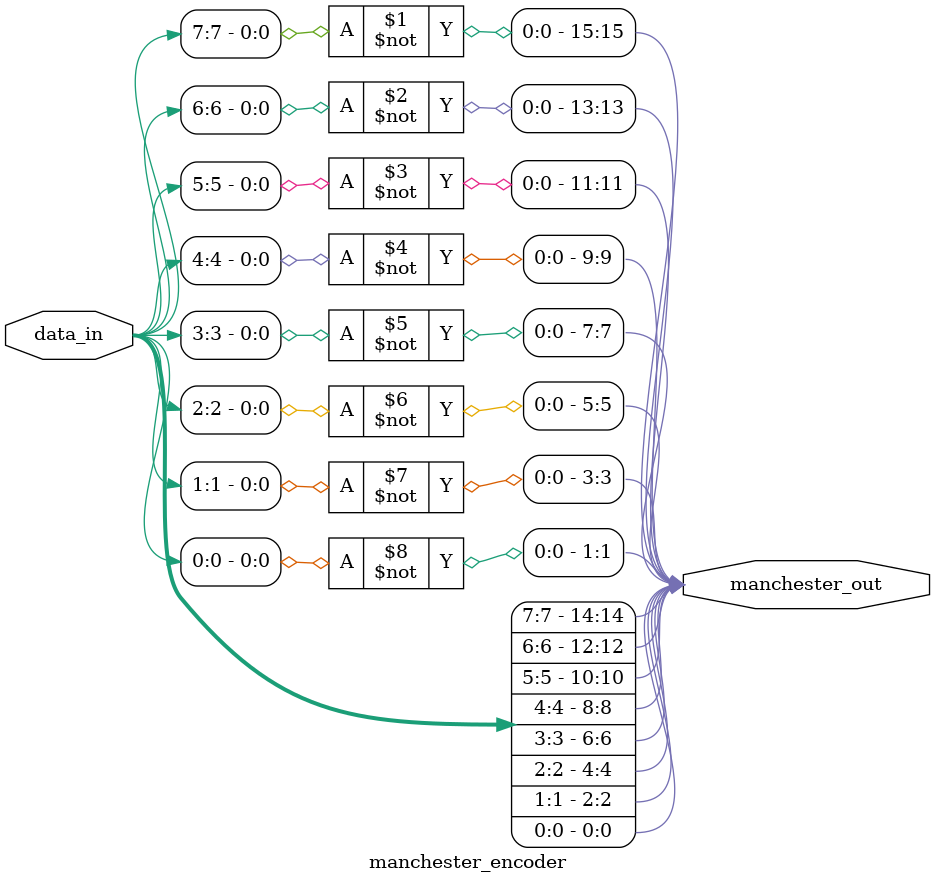
<source format=v>
`timescale 1ns / 1ps
module manchester_encoder (
    input  wire [7:0]  data_in,
    output wire [15:0] manchester_out
  );

  genvar i;
  generate
    for (i = 0; i < 8; i = i + 1)
      begin : gen_encode
        assign manchester_out[15 - 2*i]     = ~data_in[7 - i];
        assign manchester_out[15 - (2*i+1)] = data_in[7 - i];
      end
  endgenerate

endmodule

</source>
